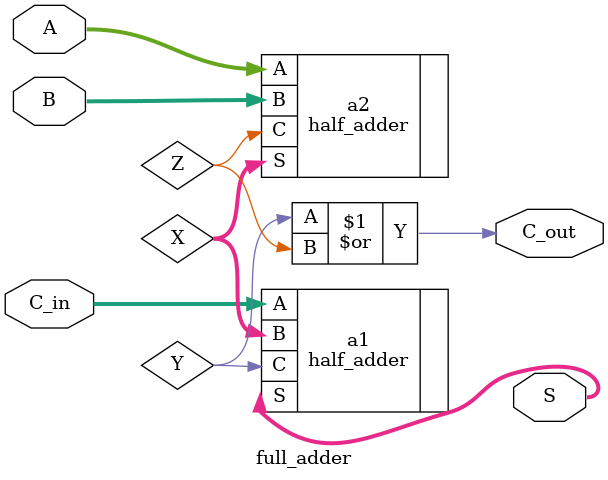
<source format=sv>
`include "half_adder.sv"
module full_adder #(
    parameter Width=2
) (
    input [Width-1:0] A,B,C_in,
    output [Width-1:0] S,output C_out
);

    wire [1:0] X;
    wire Y,Z;

    half_adder a1 (.A(C_in),.B(X),.S(S),.C(Y));
    half_adder a2(.A(A),.B(B),.S(X),.C(Z));

    or a3(C_out,Y,Z);

   initial begin
       $dumpfile("dump.vcd");
       $dumpvars;
   end

endmodule
</source>
